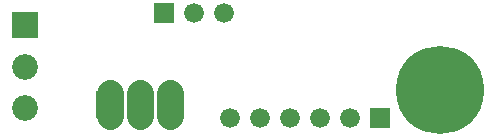
<source format=gbr>
G04 start of page 6 for group -4062 idx -4062 *
G04 Title: (unknown), soldermask *
G04 Creator: pcb 20110918 *
G04 CreationDate: Sun 03 Feb 2013 01:35:00 AM GMT UTC *
G04 For: petersen *
G04 Format: Gerber/RS-274X *
G04 PCB-Dimensions: 170000 48000 *
G04 PCB-Coordinate-Origin: lower left *
%MOIN*%
%FSLAX25Y25*%
%LNBOTTOMMASK*%
%ADD60C,0.0907*%
%ADD59C,0.2937*%
%ADD58C,0.0860*%
%ADD57C,0.0900*%
%ADD56C,0.0660*%
%ADD55C,0.0001*%
G54D55*G36*
X57700Y45800D02*Y39200D01*
X64300D01*
Y45800D01*
X57700D01*
G37*
G54D56*X71000Y42500D03*
X81000D03*
X103000Y7500D03*
X93000D03*
X83000D03*
G54D57*X63000Y12000D03*
X53000D03*
G54D55*G36*
X38500Y16500D02*Y7500D01*
X47500D01*
Y16500D01*
X38500D01*
G37*
G36*
X10373Y42745D02*Y34145D01*
X18973D01*
Y42745D01*
X10373D01*
G37*
G54D58*X14673Y24665D03*
Y10886D03*
G54D59*X153000Y17000D03*
G54D55*G36*
X129700Y10800D02*Y4200D01*
X136300D01*
Y10800D01*
X129700D01*
G37*
G54D56*X123000Y7500D03*
X113000D03*
G54D60*X53000Y15937D02*Y8063D01*
X43000Y15937D02*Y8063D01*
X63000Y15937D02*Y8063D01*
M02*

</source>
